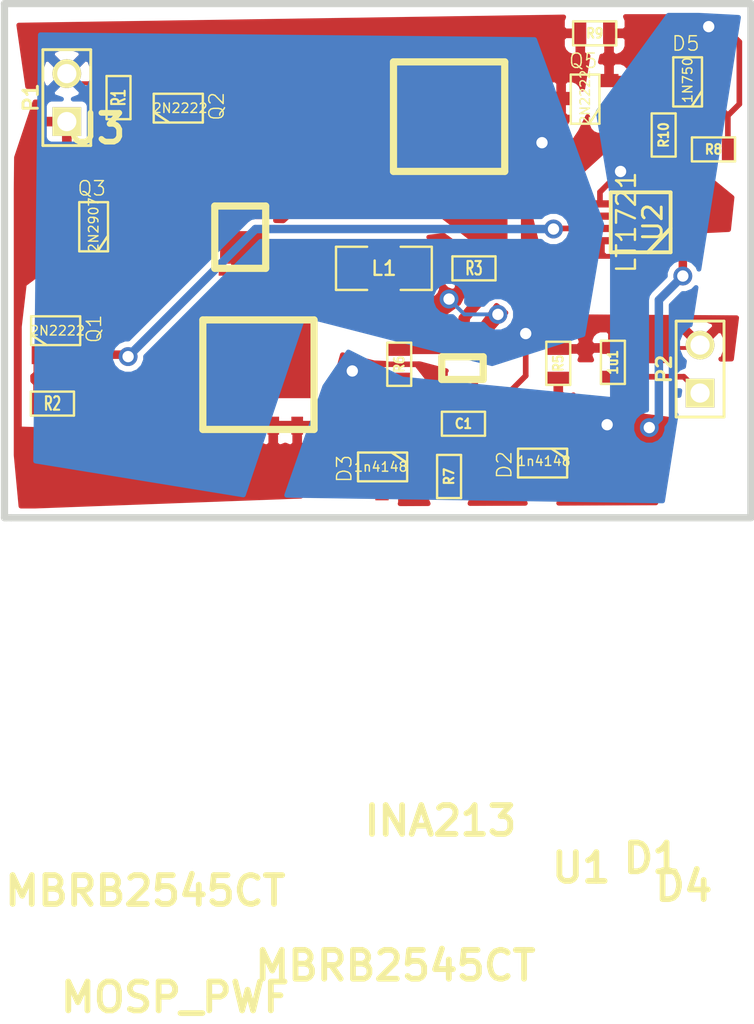
<source format=kicad_pcb>
(kicad_pcb (version 20211014) (generator pcbnew)
  (title_block (date "14 mar 2014"))
  (layers (0 "F.Cu" signal "Front") (31 "B.Cu" signal "Back") (34 "B.Paste" user) (35 "F.Paste" user) (36 "B.SilkS" user "B.Silkscreen") (37 "F.SilkS" user "F.Silkscreen") (38 "B.Mask" user) (39 "F.Mask" user) (44 "Edge.Cuts" user))
  (net 0 "")
  (net 1 "/14V_-_10A")
  (net 2 "/Vin")
  (net 3 "/outINA")
  (net 4 "GND")
  (net 5 "N-000001")
  (net 6 "N-000003")
  (net 7 "N-000005")
  (net 8 "N-000006")
  (net 9 "N-000007")
  (net 10 "N-000009")
  (net 11 "N-000010")
  (net 12 "N-000011")
  (net 13 "N-000013")
  (net 14 "N-000014")
  (net 15 "N-000015")
  (net 16 "N-000016")
  (footprint "SOT23D" (layer "F.Cu") (at 42.8244 37.7444 180)
    (fp_text reference "D2" (at 1.99898 -0.09906 270) (layer "F.SilkS") (effects (font (size 0.762 0.762) (thickness 0.0762))))
    (fp_text value "1n4148" (at -0.1016 0.1016 180) (layer "F.SilkS") (effects (font (size 0.50038 0.50038) (thickness 0.0762))))
    (fp_line (start 1.27 -0.762) (end 1.27 0.762) (layer "F.SilkS") (width 0.127))
    (fp_line (start 1.27 0.762) (end -1.3335 0.762) (layer "F.SilkS") (width 0.127))
    (fp_line (start -0.508 0.762) (end -1.27 0.254) (layer "F.SilkS") (width 0.127))
    (fp_line (start -1.3335 0.762) (end -1.3335 -0.762) (layer "F.SilkS") (width 0.127))
    (fp_line (start -1.3335 -0.762) (end 1.27 -0.762) (layer "F.SilkS") (width 0.127))
    (pad "" smd rect (at 0.9525 1.27 180) (size 0.70104 1.00076) (layers "F.Cu" "F.Paste" "F.Mask"))
    (pad "1" smd rect (at -0.9525 1.27 180) (size 0.70104 1.00076) (layers "F.Cu" "F.Paste" "F.Mask") (net 6 "N-000003"))
    (pad "2" smd rect (at 0 -1.27 180) (size 0.70104 1.00076) (layers "F.Cu" "F.Paste" "F.Mask") (net 15 "N-000015"))
  )
  (footprint "SOT23D" (layer "F.Cu") (at 34.3408 37.9476 180)
    (fp_text reference "D3" (at 1.99898 -0.09906 270) (layer "F.SilkS") (effects (font (size 0.762 0.762) (thickness 0.0762))))
    (fp_text value "1n4148" (at 0.0635 0 180) (layer "F.SilkS") (effects (font (size 0.50038 0.50038) (thickness 0.0762))))
    (fp_line (start -0.508 0.762) (end -1.27 0.254) (layer "F.SilkS") (width 0.127))
    (fp_line (start 1.27 0.762) (end -1.3335 0.762) (layer "F.SilkS") (width 0.127))
    (fp_line (start -1.3335 0.762) (end -1.3335 -0.762) (layer "F.SilkS") (width 0.127))
    (fp_line (start 1.27 -0.762) (end 1.27 0.762) (layer "F.SilkS") (width 0.127))
    (fp_line (start -1.3335 -0.762) (end 1.27 -0.762) (layer "F.SilkS") (width 0.127))
    (pad "" smd rect (at 0.9525 1.27 180) (size 0.70104 1.00076) (layers "F.Cu" "F.Paste" "F.Mask"))
    (pad "1" smd rect (at -0.9525 1.27 180) (size 0.70104 1.00076) (layers "F.Cu" "F.Paste" "F.Mask") (net 5 "N-000001"))
    (pad "2" smd rect (at 0 -1.27 180) (size 0.70104 1.00076) (layers "F.Cu" "F.Paste" "F.Mask") (net 15 "N-000015"))
  )
  (footprint "SOT23" (layer "F.Cu") (at 45.1104 18.4404 90)
    (fp_text reference "Q5" (at 1.99898 -0.09906 180) (layer "F.SilkS") (effects (font (size 0.762 0.762) (thickness 0.0762))))
    (fp_text value "2N2222" (at 0.0635 0 90) (layer "F.SilkS") (effects (font (size 0.50038 0.50038) (thickness 0.0762))))
    (fp_line (start -1.3335 -0.762) (end 1.27 -0.762) (layer "F.SilkS") (width 0.127))
    (fp_line (start 1.27 0.762) (end -1.3335 0.762) (layer "F.SilkS") (width 0.127))
    (fp_line (start -1.3335 0.762) (end -1.3335 -0.762) (layer "F.SilkS") (width 0.127))
    (fp_line (start 1.27 -0.762) (end 1.27 0.762) (layer "F.SilkS") (width 0.127))
    (fp_line (start -0.508 0.762) (end -1.27 0.254) (layer "F.SilkS") (width 0.127))
    (pad "1" smd rect (at -0.9525 1.27 90) (size 0.70104 1.00076) (layers "F.Cu" "F.Paste" "F.Mask") (net 10 "N-000009"))
    (pad "2" smd rect (at 0.9525 1.27 90) (size 0.70104 1.00076) (layers "F.Cu" "F.Paste" "F.Mask") (net 12 "N-000011"))
    (pad "3" smd rect (at 0 -1.27 90) (size 0.70104 1.00076) (layers "F.Cu" "F.Paste" "F.Mask") (net 2 "/Vin"))
  )
  (footprint "SOT23" (layer "F.Cu") (at 17.0688 30.734)
    (fp_text reference "Q1" (at 1.99898 -0.09906 90) (layer "F.SilkS") (effects (font (size 0.762 0.762) (thickness 0.0762))))
    (fp_text value "2N2222" (at 0.0635 0) (layer "F.SilkS") (effects (font (size 0.50038 0.50038) (thickness 0.0762))))
    (fp_line (start 1.27 -0.762) (end 1.27 0.762) (layer "F.SilkS") (width 0.127))
    (fp_line (start -1.3335 0.762) (end -1.3335 -0.762) (layer "F.SilkS") (width 0.127))
    (fp_line (start 1.27 0.762) (end -1.3335 0.762) (layer "F.SilkS") (width 0.127))
    (fp_line (start -0.508 0.762) (end -1.27 0.254) (layer "F.SilkS") (width 0.127))
    (fp_line (start -1.3335 -0.762) (end 1.27 -0.762) (layer "F.SilkS") (width 0.127))
    (pad "1" smd rect (at -0.9525 1.27) (size 0.70104 1.00076) (layers "F.Cu" "F.Paste" "F.Mask") (net 9 "N-000007"))
    (pad "2" smd rect (at 0.9525 1.27) (size 0.70104 1.00076) (layers "F.Cu" "F.Paste" "F.Mask") (net 14 "N-000014"))
    (pad "3" smd rect (at 0 -1.27) (size 0.70104 1.00076) (layers "F.Cu" "F.Paste" "F.Mask") (net 7 "N-000005"))
  )
  (footprint "SOT23" (layer "F.Cu") (at 23.5712 18.9484)
    (fp_text reference "Q2" (at 1.99898 -0.09906 90) (layer "F.SilkS") (effects (font (size 0.762 0.762) (thickness 0.0762))))
    (fp_text value "2N2222" (at 0.0635 0) (layer "F.SilkS") (effects (font (size 0.50038 0.50038) (thickness 0.0762))))
    (fp_line (start 1.27 0.762) (end -1.3335 0.762) (layer "F.SilkS") (width 0.127))
    (fp_line (start 1.27 -0.762) (end 1.27 0.762) (layer "F.SilkS") (width 0.127))
    (fp_line (start -0.508 0.762) (end -1.27 0.254) (layer "F.SilkS") (width 0.127))
    (fp_line (start -1.3335 0.762) (end -1.3335 -0.762) (layer "F.SilkS") (width 0.127))
    (fp_line (start -1.3335 -0.762) (end 1.27 -0.762) (layer "F.SilkS") (width 0.127))
    (pad "1" smd rect (at -0.9525 1.27) (size 0.70104 1.00076) (layers "F.Cu" "F.Paste" "F.Mask") (net 13 "N-000013"))
    (pad "2" smd rect (at 0.9525 1.27) (size 0.70104 1.00076) (layers "F.Cu" "F.Paste" "F.Mask") (net 7 "N-000005"))
    (pad "3" smd rect (at 0 -1.27) (size 0.70104 1.00076) (layers "F.Cu" "F.Paste" "F.Mask") (net 2 "/Vin"))
  )
  (footprint "SOT23" (layer "F.Cu") (at 19.05 25.1968 90)
    (fp_text reference "Q3" (at 1.99898 -0.09906 180) (layer "F.SilkS") (effects (font (size 0.762 0.762) (thickness 0.0762))))
    (fp_text value "2N2907" (at 0.0635 0 90) (layer "F.SilkS") (effects (font (size 0.50038 0.50038) (thickness 0.0762))))
    (fp_line (start 1.27 -0.762) (end 1.27 0.762) (layer "F.SilkS") (width 0.127))
    (fp_line (start 1.27 0.762) (end -1.3335 0.762) (layer "F.SilkS") (width 0.127))
    (fp_line (start -1.3335 -0.762) (end 1.27 -0.762) (layer "F.SilkS") (width 0.127))
    (fp_line (start -1.3335 0.762) (end -1.3335 -0.762) (layer "F.SilkS") (width 0.127))
    (fp_line (start -0.508 0.762) (end -1.27 0.254) (layer "F.SilkS") (width 0.127))
    (pad "1" smd rect (at -0.9525 1.27 90) (size 0.70104 1.00076) (layers "F.Cu" "F.Paste" "F.Mask") (net 13 "N-000013"))
    (pad "2" smd rect (at 0.9525 1.27 90) (size 0.70104 1.00076) (layers "F.Cu" "F.Paste" "F.Mask") (net 7 "N-000005"))
    (pad "3" smd rect (at 0 -1.27 90) (size 0.70104 1.00076) (layers "F.Cu" "F.Paste" "F.Mask") (net 4 "GND"))
  )
  (footprint "SM1206" (layer "F.Cu") (at 34.4424 27.432)
    (fp_text reference "L1" (at 0 0) (layer "F.SilkS") (effects (font (size 0.762 0.762) (thickness 0.127))))
    (fp_text value "4.7u_6.4m" hide)
    (fp_line (start -2.54 1.143) (end -0.889 1.143) (layer "F.SilkS") (width 0.127))
    (fp_line (start -0.889 -1.143) (end -2.54 -1.143) (layer "F.SilkS") (width 0.127))
    (fp_line (start 0.889 -1.143) (end 2.54 -1.143) (layer "F.SilkS") (width 0.127))
    (fp_line (start -2.54 -1.143) (end -2.54 1.143) (layer "F.SilkS") (width 0.127))
    (fp_line (start 2.54 1.143) (end 0.889 1.143) (layer "F.SilkS") (width 0.127))
    (fp_line (start 2.54 -1.143) (end 2.54 1.143) (layer "F.SilkS") (width 0.127))
    (pad "1" smd rect (at -1.651 0) (size 1.524 2.032) (layers "F.Cu" "F.Paste" "F.Mask") (net 8 "N-000006"))
    (pad "2" smd rect (at 1.651 0) (size 1.524 2.032) (layers "F.Cu" "F.Paste" "F.Mask") (net 11 "N-000010"))
  )
  (footprint "SM0603_Resistor" (layer "F.Cu") (at 39.2176 27.432)
    (fp_text reference "R3" (at 0 0) (layer "F.SilkS") (effects (font (size 0.7112 0.4572) (thickness 0.1143))))
    (fp_text value "15m" hide)
    (fp_line (start 1.143 0.635) (end -1.143 0.635) (layer "F.SilkS") (width 0.127))
    (fp_line (start -1.143 -0.635) (end 1.143 -0.635) (layer "F.SilkS") (width 0.127))
    (fp_line (start 1.143 -0.635) (end 1.143 0.635) (layer "F.SilkS") (width 0.127))
    (fp_line (start -1.143 0.635) (end -1.143 -0.635) (layer "F.SilkS") (width 0.127))
    (pad "1" smd rect (at -0.762 0) (size 0.635 1.143) (layers "F.Cu" "F.Paste" "F.Mask") (net 11 "N-000010"))
    (pad "2" smd rect (at 0.762 0) (size 0.635 1.143) (layers "F.Cu" "F.Paste" "F.Mask") (net 1 "/14V_-_10A"))
  )
  (footprint "SM0603_Resistor" (layer "F.Cu") (at 16.8656 34.5948)
    (fp_text reference "R2" (at 0 0) (layer "F.SilkS") (effects (font (size 0.7112 0.4572) (thickness 0.1143))))
    (fp_text value "330" hide)
    (fp_line (start 1.143 -0.635) (end 1.143 0.635) (layer "F.SilkS") (width 0.127))
    (fp_line (start 1.143 0.635) (end -1.143 0.635) (layer "F.SilkS") (width 0.127))
    (fp_line (start -1.143 0.635) (end -1.143 -0.635) (layer "F.SilkS") (width 0.127))
    (fp_line (start -1.143 -0.635) (end 1.143 -0.635) (layer "F.SilkS") (width 0.127))
    (pad "1" smd rect (at -0.762 0) (size 0.635 1.143) (layers "F.Cu" "F.Paste" "F.Mask") (net 9 "N-000007"))
    (pad "2" smd rect (at 0.762 0) (size 0.635 1.143) (layers "F.Cu" "F.Paste" "F.Mask") (net 4 "GND"))
  )
  (footprint "SM0603_Resistor" (layer "F.Cu") (at 20.3708 18.3896 -90)
    (fp_text reference "R1" (at 0 0 -90) (layer "F.SilkS") (effects (font (size 0.7112 0.4572) (thickness 0.1143))))
    (fp_text value "1k" hide)
    (fp_line (start 1.143 -0.635) (end 1.143 0.635) (layer "F.SilkS") (width 0.127))
    (fp_line (start 1.143 0.635) (end -1.143 0.635) (layer "F.SilkS") (width 0.127))
    (fp_line (start -1.143 -0.635) (end 1.143 -0.635) (layer "F.SilkS") (width 0.127))
    (fp_line (start -1.143 0.635) (end -1.143 -0.635) (layer "F.SilkS") (width 0.127))
    (pad "1" smd rect (at -0.762 0 270) (size 0.635 1.143) (layers "F.Cu" "F.Paste" "F.Mask") (net 2 "/Vin"))
    (pad "2" smd rect (at 0.762 0 270) (size 0.635 1.143) (layers "F.Cu" "F.Paste" "F.Mask") (net 7 "N-000005"))
  )
  (footprint "SM0603_Capa" (layer "F.Cu") (at 46.5836 32.4104 90)
    (fp_text reference "1u1" (at 0 0 90) (layer "F.SilkS") (effects (font (size 0.508 0.4572) (thickness 0.1143))))
    (fp_text value "100nF" hide)
    (fp_line (start -1.143 0.635) (end -1.143 -0.635) (layer "F.SilkS") (width 0.127))
    (fp_line (start 1.143 0.635) (end -1.143 0.635) (layer "F.SilkS") (width 0.127))
    (fp_line (start 1.143 -0.635) (end 1.143 0.635) (layer "F.SilkS") (width 0.127))
    (fp_line (start -1.143 -0.635) (end 1.143 -0.635) (layer "F.SilkS") (width 0.127))
    (pad "1" smd rect (at -0.762 0 90) (size 0.635 1.143) (layers "F.Cu" "F.Paste" "F.Mask") (net 4 "GND"))
    (pad "2" smd rect (at 0.762 0 90) (size 0.635 1.143) (layers "F.Cu" "F.Paste" "F.Mask") (net 1 "/14V_-_10A"))
  )
  (footprint "SM0603_Capa" (layer "F.Cu") (at 38.6588 35.6616)
    (fp_text reference "C1" (at 0 0) (layer "F.SilkS") (effects (font (size 0.508 0.4572) (thickness 0.1143))))
    (fp_text value "100nF" hide)
    (fp_line (start -1.143 -0.635) (end 1.143 -0.635) (layer "F.SilkS") (width 0.127))
    (fp_line (start 1.143 0.635) (end -1.143 0.635) (layer "F.SilkS") (width 0.127))
    (fp_line (start 1.143 -0.635) (end 1.143 0.635) (layer "F.SilkS") (width 0.127))
    (fp_line (start -1.143 0.635) (end -1.143 -0.635) (layer "F.SilkS") (width 0.127))
    (pad "1" smd rect (at -0.762 0) (size 0.635 1.143) (layers "F.Cu" "F.Paste" "F.Mask") (net 4 "GND"))
    (pad "2" smd rect (at 0.762 0) (size 0.635 1.143) (layers "F.Cu" "F.Paste" "F.Mask") (net 2 "/Vin"))
  )
  (footprint "SM0603" (layer "F.Cu") (at 43.688 32.4612 90)
    (fp_text reference "R5" (at 0 0 90) (layer "F.SilkS") (effects (font (size 0.508 0.4572) (thickness 0.1143))))
    (fp_text value "49.3k" hide)
    (fp_line (start 1.143 0.635) (end -1.143 0.635) (layer "F.SilkS") (width 0.127))
    (fp_line (start -1.143 0.635) (end -1.143 -0.635) (layer "F.SilkS") (width 0.127))
    (fp_line (start 1.143 -0.635) (end 1.143 0.635) (layer "F.SilkS") (width 0.127))
    (fp_line (start -1.143 -0.635) (end 1.143 -0.635) (layer "F.SilkS") (width 0.127))
    (pad "1" smd rect (at -0.762 0 90) (size 0.635 1.143) (layers "F.Cu" "F.Paste" "F.Mask") (net 6 "N-000003"))
    (pad "2" smd rect (at 0.762 0 90) (size 0.635 1.143) (layers "F.Cu" "F.Paste" "F.Mask") (net 1 "/14V_-_10A"))
  )
  (footprint "SM0603" (layer "F.Cu") (at 35.2552 32.512 90)
    (fp_text reference "R6" (at 0 0 90) (layer "F.SilkS") (effects (font (size 0.508 0.4572) (thickness 0.1143))))
    (fp_text value "10k" hide)
    (fp_line (start -1.143 -0.635) (end 1.143 -0.635) (layer "F.SilkS") (width 0.127))
    (fp_line (start 1.143 -0.635) (end 1.143 0.635) (layer "F.SilkS") (width 0.127))
    (fp_line (start -1.143 0.635) (end -1.143 -0.635) (layer "F.SilkS") (width 0.127))
    (fp_line (start 1.143 0.635) (end -1.143 0.635) (layer "F.SilkS") (width 0.127))
    (pad "1" smd rect (at -0.762 0 90) (size 0.635 1.143) (layers "F.Cu" "F.Paste" "F.Mask") (net 5 "N-000001"))
    (pad "2" smd rect (at 0.762 0 90) (size 0.635 1.143) (layers "F.Cu" "F.Paste" "F.Mask") (net 3 "/outINA"))
  )
  (footprint "SM0603" (layer "F.Cu") (at 37.8968 38.4556 90)
    (fp_text reference "R7" (at 0 0 90) (layer "F.SilkS") (effects (font (size 0.508 0.4572) (thickness 0.1143))))
    (fp_text value "10k" hide)
    (fp_line (start -1.143 0.635) (end -1.143 -0.635) (layer "F.SilkS") (width 0.127))
    (fp_line (start 1.143 -0.635) (end 1.143 0.635) (layer "F.SilkS") (width 0.127))
    (fp_line (start -1.143 -0.635) (end 1.143 -0.635) (layer "F.SilkS") (width 0.127))
    (fp_line (start 1.143 0.635) (end -1.143 0.635) (layer "F.SilkS") (width 0.127))
    (pad "1" smd rect (at -0.762 0 90) (size 0.635 1.143) (layers "F.Cu" "F.Paste" "F.Mask") (net 15 "N-000015"))
    (pad "2" smd rect (at 0.762 0 90) (size 0.635 1.143) (layers "F.Cu" "F.Paste" "F.Mask") (net 4 "GND"))
  )
  (footprint "SM0603" (layer "F.Cu") (at 51.9176 21.1328 180)
    (fp_text reference "R8" (at 0 0 180) (layer "F.SilkS") (effects (font (size 0.508 0.4572) (thickness 0.1143))))
    (fp_text value "10k" hide)
    (fp_line (start -1.143 0.635) (end -1.143 -0.635) (layer "F.SilkS") (width 0.127))
    (fp_line (start -1.143 -0.635) (end 1.143 -0.635) (layer "F.SilkS") (width 0.127))
    (fp_line (start 1.143 0.635) (end -1.143 0.635) (layer "F.SilkS") (width 0.127))
    (fp_line (start 1.143 -0.635) (end 1.143 0.635) (layer "F.SilkS") (width 0.127))
    (pad "1" smd rect (at -0.762 0 180) (size 0.635 1.143) (layers "F.Cu" "F.Paste" "F.Mask") (net 4 "GND"))
    (pad "2" smd rect (at 0.762 0 180) (size 0.635 1.143) (layers "F.Cu" "F.Paste" "F.Mask") (net 16 "N-000016"))
  )
  (footprint "SM0603" (layer "F.Cu") (at 45.6184 14.986)
    (fp_text reference "R9" (at 0 0) (layer "F.SilkS") (effects (font (size 0.508 0.4572) (thickness 0.1143))))
    (fp_text value "4.7k" hide)
    (fp_line (start 1.143 0.635) (end -1.143 0.635) (layer "F.SilkS") (width 0.127))
    (fp_line (start -1.143 0.635) (end -1.143 -0.635) (layer "F.SilkS") (width 0.127))
    (fp_line (start 1.143 -0.635) (end 1.143 0.635) (layer "F.SilkS") (width 0.127))
    (fp_line (start -1.143 -0.635) (end 1.143 -0.635) (layer "F.SilkS") (width 0.127))
    (pad "1" smd rect (at -0.762 0) (size 0.635 1.143) (layers "F.Cu" "F.Paste" "F.Mask") (net 2 "/Vin"))
    (pad "2" smd rect (at 0.762 0) (size 0.635 1.143) (layers "F.Cu" "F.Paste" "F.Mask") (net 12 "N-000011"))
  )
  (footprint "PowerFlat" (layer "F.Cu") (at 38.0492 22.098)
    (fp_text reference "D4" (at 12.2936 38.0492) (layer "F.SilkS") (effects (font (size 1.524 1.524) (thickness 0.3048))))
    (fp_text value "MBRB2545CT" (at -2.9972 42.2656) (layer "F.SilkS") (effects (font (size 1.524 1.524) (thickness 0.3048))))
    (fp_line (start -3.0988 0.20066) (end -3.0988 -5.6007) (layer "F.SilkS") (width 0.381))
    (fp_line (start 2.79908 -5.6007) (end 2.79908 0.20066) (layer "F.SilkS") (width 0.381))
    (fp_line (start 2.79908 0.20066) (end -3.0988 0.20066) (layer "F.SilkS") (width 0.381))
    (fp_line (start -3.0988 -5.6007) (end -2.90068 -5.6007) (layer "F.SilkS") (width 0.381))
    (fp_line (start -2.90068 -5.6007) (end 2.79908 -5.6007) (layer "F.SilkS") (width 0.381))
    (pad "1" smd rect (at -0.635 0) (size 0.61976 0.94996) (layers "F.Cu" "F.Paste" "F.Mask") (net 1 "/14V_-_10A"))
    (pad "1" smd rect (at 0.635 0) (size 0.61976 0.94996) (layers "F.Cu" "F.Paste" "F.Mask") (net 1 "/14V_-_10A"))
    (pad "1" smd rect (at 1.905 0) (size 0.61976 0.94996) (layers "F.Cu" "F.Paste" "F.Mask") (net 1 "/14V_-_10A"))
    (pad "1" smd rect (at -1.905 0) (size 0.61976 0.94996) (layers "F.Cu" "F.Paste" "F.Mask") (net 1 "/14V_-_10A"))
    (pad "2" smd rect (at 0 -3.6195) (size 5.34924 4.3307) (layers "F.Cu" "F.Paste" "F.Mask") (net 2 "/Vin"))
  )
  (footprint "PowerFlat" (layer "F.Cu") (at 27.94 35.7632)
    (fp_text reference "D1" (at 20.7264 22.9108) (layer "F.SilkS") (effects (font (size 1.524 1.524) (thickness 0.3048))))
    (fp_text value "MBRB2545CT" (at -6.1468 24.638) (layer "F.SilkS") (effects (font (size 1.524 1.524) (thickness 0.3048))))
    (fp_line (start 2.79908 0.20066) (end -3.0988 0.20066) (layer "F.SilkS") (width 0.381))
    (fp_line (start 2.79908 -5.6007) (end 2.79908 0.20066) (layer "F.SilkS") (width 0.381))
    (fp_line (start -3.0988 -5.6007) (end -2.90068 -5.6007) (layer "F.SilkS") (width 0.381))
    (fp_line (start -2.90068 -5.6007) (end 2.79908 -5.6007) (layer "F.SilkS") (width 0.381))
    (fp_line (start -3.0988 0.20066) (end -3.0988 -5.6007) (layer "F.SilkS") (width 0.381))
    (pad "1" smd rect (at 0.635 0) (size 0.61976 0.94996) (layers "F.Cu" "F.Paste" "F.Mask") (net 4 "GND"))
    (pad "1" smd rect (at 1.905 0) (size 0.61976 0.94996) (layers "F.Cu" "F.Paste" "F.Mask") (net 4 "GND"))
    (pad "1" smd rect (at -1.905 0) (size 0.61976 0.94996) (layers "F.Cu" "F.Paste" "F.Mask") (net 4 "GND"))
    (pad "1" smd rect (at -0.635 0) (size 0.61976 0.94996) (layers "F.Cu" "F.Paste" "F.Mask") (net 4 "GND"))
    (pad "2" smd rect (at 0 -3.6195) (size 5.34924 4.3307) (layers "F.Cu" "F.Paste" "F.Mask") (net 8 "N-000006"))
  )
  (footprint "PIN_ARRAY_2X1" (layer "F.Cu") (at 51.2064 32.766 90)
    (fp_text reference "P2" (at 0 -1.905 90) (layer "F.SilkS") (effects (font (size 0.762 0.762) (thickness 0.1524))))
    (fp_text value "CONN_2" hide)
    (fp_line (start -2.54 -1.27) (end 2.54 -1.27) (layer "F.SilkS") (width 0.1524))
    (fp_line (start -2.54 1.27) (end -2.54 -1.27) (layer "F.SilkS") (width 0.1524))
    (fp_line (start 2.54 -1.27) (end 2.54 1.27) (layer "F.SilkS") (width 0.1524))
    (fp_line (start 2.54 1.27) (end -2.54 1.27) (layer "F.SilkS") (width 0.1524))
    (pad "1" thru_hole rect (at -1.27 0 90) (size 1.524 1.524) (drill 1.016) (layers *.Cu *.Mask "F.SilkS") (net 4 "GND"))
    (pad "2" thru_hole circle (at 1.27 0 90) (size 1.524 1.524) (drill 1.016) (layers *.Cu *.Mask "F.SilkS") (net 1 "/14V_-_10A"))
  )
  (footprint "PIN_ARRAY_2X1" (layer "F.Cu") (at 17.6276 18.3896 90)
    (fp_text reference "P1" (at 0 -1.905 90) (layer "F.SilkS") (effects (font (size 0.762 0.762) (thickness 0.1524))))
    (fp_text value "CONN_2" hide)
    (fp_line (start 2.54 1.27) (end -2.54 1.27) (layer "F.SilkS") (width 0.1524))
    (fp_line (start 2.54 -1.27) (end 2.54 1.27) (layer "F.SilkS") (width 0.1524))
    (fp_line (start -2.54 -1.27) (end 2.54 -1.27) (layer "F.SilkS") (width 0.1524))
    (fp_line (start -2.54 1.27) (end -2.54 -1.27) (layer "F.SilkS") (width 0.1524))
    (pad "1" thru_hole rect (at -1.27 0 90) (size 1.524 1.524) (drill 1.016) (layers *.Cu *.Mask "F.SilkS") (net 4 "GND"))
    (pad "2" thru_hole circle (at 1.27 0 90) (size 1.524 1.524) (drill 1.016) (layers *.Cu *.Mask "F.SilkS") (net 2 "/Vin"))
  )
  (footprint "MSOP_8" (layer "F.Cu") (at 48.0568 24.9936 90)
    (fp_text reference "U2" (at 0 0.635 90) (layer "F.SilkS") (effects (font (size 1.00076 1.00076) (thickness 0.1524))))
    (fp_text value "LT1721" (at 0 -0.762 90) (layer "F.SilkS") (effects (font (size 1.00076 1.00076) (thickness 0.127))))
    (fp_line (start -0.3175 1.5875) (end -1.5875 0.381) (layer "F.SilkS") (width 0.2032))
    (fp_line (start 1.5875 1.5875) (end 1.5875 -1.5875) (layer "F.SilkS") (width 0.2032))
    (fp_line (start -1.5875 -1.5875) (end -1.5875 1.5875) (layer "F.SilkS") (width 0.2032))
    (fp_line (start 1.5875 -1.5875) (end -1.5875 -1.5875) (layer "F.SilkS") (width 0.2032))
    (fp_line (start -1.5875 1.5875) (end 1.5875 1.5875) (layer "F.SilkS") (width 0.2032))
    (pad "1" smd rect (at -0.97536 2.159 90) (size 0.381 1.27) (layers "F.Cu" "F.Paste" "F.Mask") (net 15 "N-000015"))
    (pad "2" smd rect (at -0.32512 2.159 90) (size 0.381 1.27) (layers "F.Cu" "F.Paste" "F.Mask") (net 16 "N-000016"))
    (pad "3" smd rect (at 0.32512 2.159 90) (size 0.381 1.27) (layers "F.Cu" "F.Paste" "F.Mask"))
    (pad "4" smd rect (at 0.97536 2.159 90) (size 0.381 1.27) (layers "F.Cu" "F.Paste" "F.Mask"))
    (pad "5" smd rect (at 0.97536 -2.159 90) (size 0.381 1.27) (layers "F.Cu" "F.Paste" "F.Mask") (net 4 "GND"))
    (pad "6" smd rect (at 0.32512 -2.159 90) (size 0.381 1.27) (layers "F.Cu" "F.Paste" "F.Mask"))
    (pad "7" smd rect (at -0.32512 -2.159 90) (size 0.381 1.27) (layers "F.Cu" "F.Paste" "F.Mask") (net 14 "N-000014"))
    (pad "8" smd rect (at -0.97536 -2.159 90) (size 0.381 1.27) (layers "F.Cu" "F.Paste" "F.Mask") (net 10 "N-000009"))
  )
  (footprint "DCK" (layer "F.Cu") (at 38.608 32.8168)
    (fp_text reference "U1" (at 6.2992 26.3652) (layer "F.SilkS") (effects (font (size 1.524 1.524) (thickness 0.3048))))
    (fp_text value "INA213" (at -1.1684 23.876) (layer "F.SilkS") (effects (font (size 1.524 1.524) (thickness 0.3048))))
    (fp_line (start -1.09982 0.50038) (end -1.09982 0) (layer "F.SilkS") (width 0.381))
    (fp_line (start -1.09982 -0.70104) (end 1.09982 -0.70104) (layer "F.SilkS") (width 0.381))
    (fp_line (start 1.09982 0.50038) (end -1.09982 0.50038) (layer "F.SilkS") (width 0.381))
    (fp_line (start 1.09982 -0.70104) (end 1.09982 0.50038) (layer "F.SilkS") (width 0.381))
    (fp_line (start -1.09982 0) (end -1.09982 -0.70104) (layer "F.SilkS") (width 0.381))
    (pad "1" smd trapezoid (at -0.65024 1.09982) (size 0.35052 0.8509) (layers "F.Cu" "F.Paste" "F.Mask") (net 4 "GND"))
    (pad "2" smd trapezoid (at 0 1.09982) (size 0.35052 0.8509) (layers "F.Cu" "F.Paste" "F.Mask") (net 4 "GND"))
    (pad "3" smd trapezoid (at 0.65024 1.09982) (size 0.35052 0.8509) (layers "F.Cu" "F.Paste" "F.Mask") (net 2 "/Vin"))
    (pad "4" smd trapezoid (at 0.65024 -1.09982) (size 0.35052 0.8509) (layers "F.Cu" "F.Paste" "F.Mask") (net 11 "N-000010"))
    (pad "5" smd trapezoid (at 0 -1.09982) (size 0.35052 0.8509) (layers "F.Cu" "F.Paste" "F.Mask") (net 1 "/14V_-_10A"))
    (pad "6" smd trapezoid (at -0.65024 -1.09982) (size 0.35052 0.8509) (layers "F.Cu" "F.Paste" "F.Mask") (net 3 "/outINA"))
  )
  (footprint "SM0603" (layer "F.Cu") (at 49.276 20.3708 90)
    (fp_text reference "R10" (at 0 0 90) (layer "F.SilkS") (effects (font (size 0.508 0.4572) (thickness 0.1143))))
    (fp_text value "10k" hide)
    (fp_line (start 1.143 0.635) (end -1.143 0.635) (layer "F.SilkS") (width 0.127))
    (fp_line (start -1.143 -0.635) (end 1.143 -0.635) (layer "F.SilkS") (width 0.127))
    (fp_line (start -1.143 0.635) (end -1.143 -0.635) (layer "F.SilkS") (width 0.127))
    (fp_line (start 1.143 -0.635) (end 1.143 0.635) (layer "F.SilkS") (width 0.127))
    (pad "1" smd rect (at -0.762 0 90) (size 0.635 1.143) (layers "F.Cu" "F.Paste" "F.Mask") (net 16 "N-000016"))
    (pad "2" smd rect (at 0.762 0 90) (size 0.635 1.143) (layers "F.Cu" "F.Paste" "F.Mask") (net 12 "N-000011"))
  )
  (footprint "PowerPAK" (layer "F.Cu") (at 26.8732 24.3332 180)
    (fp_text reference "U3" (at 7.69874 4.30022 180) (layer "F.SilkS") (effects (font (size 1.524 1.524) (thickness 0.3048))))
    (fp_text value "MOSP_PWF" (at 3.5052 -41.7068 180) (layer "F.SilkS") (effects (font (size 1.524 1.524) (thickness 0.3048))))
    (fp_line (start -1.30048 0.20066) (end -1.30048 -3.0988) (layer "F.SilkS") (width 0.381))
    (fp_line (start 1.39954 -3.0988) (end 1.39954 0.20066) (layer "F.SilkS") (width 0.381))
    (fp_line (start 1.39954 0.20066) (end -1.30048 0.20066) (layer "F.SilkS") (width 0.381))
    (fp_line (start -1.30048 -3.0988) (end 1.39954 -3.0988) (layer "F.SilkS") (width 0.381))
    (pad "1" smd rect (at -0.9906 0 180) (size 0.40386 0.9906) (layers "F.Cu" "F.Paste" "F.Mask") (net 2 "/Vin"))
    (pad "2" smd rect (at -0.3302 0 180) (size 0.39878 0.9906) (layers "F.Cu" "F.Paste" "F.Mask") (net 2 "/Vin"))
    (pad "3" smd rect (at 0.3302 0 180) (size 0.40386 0.9906) (layers "F.Cu" "F.Paste" "F.Mask") (net 2 "/Vin"))
    (pad "4" smd rect (at 0.9906 0 180) (size 0.40386 0.9906) (layers "F.Cu" "F.Paste" "F.Mask") (net 13 "N-000013"))
    (pad "5" smd rect (at -0.9906 -3.10642 180) (size 0.40386 0.75946) (layers "F.Cu" "F.Paste" "F.Mask") (net 8 "N-000006"))
    (pad "5" smd rect (at -0.3302 -3.10642 180) (size 0.40386 0.75946) (layers "F.Cu" "F.Paste" "F.Mask") (net 8 "N-000006"))
    (pad "5" smd rect (at 0.3302 -3.10642 180) (size 0.40386 0.75946) (layers "F.Cu" "F.Paste" "F.Mask") (net 8 "N-000006"))
    (pad "5" smd rect (at 0 -1.99136 180) (size 2.2352 1.72466) (layers "F.Cu" "F.Paste" "F.Mask") (net 8 "N-000006"))
    (pad "5" smd rect (at 0.9906 -3.10642 180) (size 0.40386 0.75946) (layers "F.Cu" "F.Paste" "F.Mask") (net 8 "N-000006"))
  )
  (footprint "SOT23D" (layer "F.Cu") (at 50.546 17.526 90)
    (fp_text reference "D5" (at 1.99898 -0.09906 180) (layer "F.SilkS") (effects (font (size 0.762 0.762) (thickness 0.0762))))
    (fp_text value "1N750" (at 0.0635 0 90) (layer "F.SilkS") (effects (font (size 0.50038 0.50038) (thickness 0.0762))))
    (fp_line (start -1.3335 -0.762) (end 1.27 -0.762) (layer "F.SilkS") (width 0.127))
    (fp_line (start -0.508 0.762) (end -1.27 0.254) (layer "F.SilkS") (width 0.127))
    (fp_line (start -1.3335 0.762) (end -1.3335 -0.762) (layer "F.SilkS") (width 0.127))
    (fp_line (start 1.27 0.762) (end -1.3335 0.762) (layer "F.SilkS") (width 0.127))
    (fp_line (start 1.27 -0.762) (end 1.27 0.762) (layer "F.SilkS") (width 0.127))
    (pad "" smd rect (at 0.9525 1.27 90) (size 0.70104 1.00076) (layers "F.Cu" "F.Paste" "F.Mask"))
    (pad "1" smd rect (at -0.9525 1.27 90) (size 0.70104 1.00076) (layers "F.Cu" "F.Paste" "F.Mask") (net 4 "GND"))
    (pad "2" smd rect (at 0 -1.27 90) (size 0.70104 1.00076) (layers "F.Cu" "F.Paste" "F.Mask") (net 12 "N-000011"))
  )
  (gr_line (start 14.3256 13.4112) (end 53.8988 13.4112) (layer "Edge.Cuts") (width 0.381))
  (gr_line (start 14.4272 40.64) (end 14.3256 40.64) (layer "Edge.Cuts") (width 0.381))
  (gr_line (start 14.6812 40.64) (end 14.4272 40.64) (layer "Edge.Cuts") (width 0.381))
  (gr_line (start 53.8988 13.4112) (end 53.8988 40.64) (layer "Edge.Cuts") (width 0.381))
  (gr_line (start 14.3256 13.4112) (end 14.3764 13.4112) (layer "Edge.Cuts") (width 0.381))
  (gr_line (start 53.8988 40.64) (end 14.6812 40.64) (layer "Edge.Cuts") (width 0.381))
  (gr_line (start 14.3256 40.64) (end 14.3256 13.4112) (layer "Edge.Cuts") (width 0.381))
  (segment (start 38.608 30.1752) (end 39.9796 28.8036) (width 0.2032) (layer "F.Cu") (net 1))
  (segment locked (start 39.9796 28.8036) (end 39.9796 27.432) (width 0.2032) (layer "F.Cu") (net 1))
  (segment (start 36.1442 22.098) (end 37.4142 22.098) (width 0.2032) (layer "F.Cu") (net 1))
  (segment locked (start 39.9796 22.1234) (end 39.9542 22.098) (width 0.2032) (layer "F.Cu") (net 1))
  (segment locked (start 43.688 31.6992) (end 46.5328 31.6992) (width 0.2032) (layer "F.Cu") (net 1))
  (segment locked (start 51.054 31.6484) (end 51.2064 31.496) (width 0.2032) (layer "F.Cu") (net 1))
  (segment locked (start 46.5836 31.6484) (end 51.054 31.6484) (width 0.2032) (layer "F.Cu") (net 1))
  (segment (start 39.9542 22.098) (end 38.6842 22.098) (width 0.2032) (layer "F.Cu") (net 1))
  (segment locked (start 38.608 31.71698) (end 38.608 30.1752) (width 0.2032) (layer "F.Cu") (net 1))
  (segment (start 38.6842 22.098) (end 37.4142 22.098) (width 0.2032) (layer "F.Cu") (net 1))
  (segment locked (start 43.688 31.6992) (end 43.688 29.2608) (width 0.2032) (layer "F.Cu") (net 1))
  (segment locked (start 41.8592 27.432) (end 39.9796 27.432) (width 0.2032) (layer "F.Cu") (net 1))
  (segment locked (start 39.9796 27.432) (end 39.9796 22.1234) (width 0.2032) (layer "F.Cu") (net 1))
  (segment (start 43.688 29.2608) (end 41.8592 27.432) (width 0.2032) (layer "F.Cu") (net 1))
  (segment locked (start 46.5328 31.6992) (end 46.5836 31.6484) (width 0.2032) (layer "F.Cu") (net 1))
  (segment (start 41.9608 33.1216) (end 41.9608 30.8864) (width 0.29972) (layer "F.Cu") (net 2))
  (segment locked (start 17.6276 17.1196) (end 18.1356 17.6276) (width 0.2032) (layer "F.Cu") (net 2))
  (segment (start 42.8244 20.7772) (end 40.5257 18.4785) (width 0.2032) (layer "F.Cu") (net 2))
  (segment locked (start 38.0873 18.4404) (end 38.0492 18.4785) (width 0.2032) (layer "F.Cu") (net 2))
  (segment (start 27.8638 17.907) (end 27.6352 17.6784) (width 0.2032) (layer "F.Cu") (net 2))
  (segment locked (start 43.8404 18.4404) (end 38.0873 18.4404) (width 0.2032) (layer "F.Cu") (net 2))
  (segment locked (start 40.5257 18.4785) (end 38.0492 18.4785) (width 0.2032) (layer "F.Cu") (net 2))
  (segment (start 27.6352 17.6784) (end 37.2491 17.6784) (width 0.2032) (layer "F.Cu") (net 2))
  (segment locked (start 20.4216 17.6784) (end 23.5712 17.6784) (width 0.2032) (layer "F.Cu") (net 2))
  (segment (start 27.2034 24.3332) (end 27.8638 24.3332) (width 0.2032) (layer "F.Cu") (net 2))
  (segment locked (start 27.8638 24.3332) (end 27.8638 17.907) (width 0.2032) (layer "F.Cu") (net 2))
  (segment locked (start 39.4208 35.6616) (end 39.25824 35.49904) (width 0.2032) (layer "F.Cu") (net 2))
  (segment locked (start 18.1356 17.6276) (end 20.3708 17.6276) (width 0.2032) (layer "F.Cu") (net 2))
  (segment locked (start 23.5712 17.6784) (end 27.6352 17.6784) (width 0.2032) (layer "F.Cu") (net 2))
  (segment locked (start 41.5417 14.986) (end 38.0492 18.4785) (width 0.2032) (layer "F.Cu") (net 2))
  (segment (start 26.543 24.3332) (end 27.2034 24.3332) (width 0.2032) (layer "F.Cu") (net 2))
  (segment locked (start 39.25824 35.49904) (end 39.25824 33.91662) (width 0.29972) (layer "F.Cu") (net 2))
  (segment locked (start 37.2491 17.6784) (end 38.0492 18.4785) (width 0.2032) (layer "F.Cu") (net 2))
  (segment locked (start 39.4208 35.6616) (end 41.9608 33.1216) (width 0.29972) (layer "F.Cu") (net 2))
  (segment locked (start 20.3708 17.6276) (end 20.4216 17.6784) (width 0.2032) (layer "F.Cu") (net 2))
  (segment locked (start 44.8564 14.986) (end 41.5417 14.986) (width 0.2032) (layer "F.Cu") (net 2))
  (via (at 41.9608 30.8864) (size 1.00076) (drill 0.59944) (layers "F.Cu" "B.Cu") (net 2))
  (via (at 42.8244 20.7772) (size 1.00076) (drill 0.59944) (layers "F.Cu" "B.Cu") (net 2))
  (segment (start 44.8056 22.7584) (end 42.8244 20.7772) (width 0.2032) (layer "B.Cu") (net 2))
  (segment (start 41.9608 30.8864) (end 44.8056 28.0416) (width 0.2032) (layer "B.Cu") (net 2))
  (segment (start 44.8056 28.0416) (end 44.8056 22.7584) (width 0.2032) (layer "B.Cu") (net 2))
  (segment locked (start 37.92474 31.75) (end 37.95776 31.71698) (width 0.2032) (layer "F.Cu") (net 3))
  (segment locked (start 35.2552 31.75) (end 37.92474 31.75) (width 0.44958) (layer "F.Cu") (net 3))
  (segment (start 37.8968 37.6936) (end 37.8968 35.6616) (width 0.29972) (layer "F.Cu") (net 4))
  (segment (start 53.2892 15.4432) (end 53.2892 18.7325) (width 0.29972) (layer "F.Cu") (net 4))
  (segment locked (start 37.8968 35.6616) (end 38.608 34.9504) (width 0.29972) (layer "F.Cu") (net 4))
  (segment locked (start 38.608 34.9504) (end 38.608 33.91662) (width 0.29972) (layer "F.Cu") (net 4))
  (segment locked (start 15.0368 27.94) (end 17.78 25.1968) (width 0.2032) (layer "F.Cu") (net 4))
  (segment locked (start 18.796 35.7632) (end 26.035 35.7632) (width 0.2032) (layer "F.Cu") (net 4))
  (segment locked (start 50.3428 33.1724) (end 51.2064 34.036) (width 0.29972) (layer "F.Cu") (net 4))
  (segment locked (start 17.6276 34.5948) (end 17.6276 37.0332) (width 0.2032) (layer "F.Cu") (net 4))
  (segment (start 17.6276 37.0332) (end 17.3228 37.338) (width 0.2032) (layer "F.Cu") (net 4))
  (segment locked (start 45.8978 24.01824) (end 45.8978 23.3934) (width 0.29972) (layer "F.Cu") (net 4))
  (segment locked (start 17.78 25.1968) (end 17.78 19.812) (width 0.2032) (layer "F.Cu") (net 4))
  (segment (start 32.7533 32.8549) (end 32.766 32.8676) (width 0.2032) (layer "F.Cu") (net 4))
  (segment (start 27.305 35.7632) (end 28.575 35.7632) (width 0.2032) (layer "F.Cu") (net 4))
  (segment (start 16.3068 37.338) (end 15.0368 36.068) (width 0.2032) (layer "F.Cu") (net 4))
  (segment (start 26.035 35.7632) (end 27.305 35.7632) (width 0.2032) (layer "F.Cu") (net 4))
  (segment (start 53.2892 18.7325) (end 52.6796 19.3421) (width 0.29972) (layer "F.Cu") (net 4))
  (segment (start 32.766 34.1884) (end 32.766 32.8676) (width 0.2032) (layer "F.Cu") (net 4))
  (segment locked (start 29.845 35.7632) (end 31.1912 35.7632) (width 0.2032) (layer "F.Cu") (net 4))
  (segment (start 32.766 32.8676) (end 32.766 32.8422) (width 0.2032) (layer "F.Cu") (net 4))
  (segment locked (start 52.6796 19.3421) (end 51.816 18.4785) (width 0.29972) (layer "F.Cu") (net 4))
  (segment (start 32.766 32.8422) (end 33.0962 32.512) (width 0.2032) (layer "F.Cu") (net 4))
  (segment (start 33.0962 32.512) (end 36.2712 32.512) (width 0.2032) (layer "F.Cu") (net 4))
  (segment (start 36.2712 32.512) (end 37.67582 33.91662) (width 0.29972) (layer "F.Cu") (net 4))
  (segment locked (start 46.5836 35.4076) (end 46.5836 33.1724) (width 0.29972) (layer "F.Cu") (net 4))
  (segment locked (start 17.78 19.812) (end 17.6276 19.6596) (width 0.2032) (layer "F.Cu") (net 4))
  (segment (start 17.3228 37.338) (end 16.3068 37.338) (width 0.2032) (layer "F.Cu") (net 4))
  (segment (start 51.6636 14.6304) (end 52.4764 14.6304) (width 0.29972) (layer "F.Cu") (net 4))
  (segment locked (start 46.5836 33.1724) (end 50.3428 33.1724) (width 0.29972) (layer "F.Cu") (net 4))
  (segment (start 52.4764 14.6304) (end 53.2892 15.4432) (width 0.29972) (layer "F.Cu") (net 4))
  (segment locked (start 37.8968 35.6616) (end 37.95776 35.60064) (width 0.2032) (layer "F.Cu") (net 4))
  (segment locked (start 37.67582 33.91662) (end 37.95776 33.91662) (width 0.29972) (layer "F.Cu") (net 4))
  (segment locked (start 52.6796 21.1328) (end 52.6796 19.3421) (width 0.29972) (layer "F.Cu") (net 4))
  (segment (start 28.575 35.7632) (end 29.845 35.7632) (width 0.2032) (layer "F.Cu") (net 4))
  (segment (start 45.8978 23.3934) (end 46.99 22.3012) (width 0.29972) (layer "F.Cu") (net 4))
  (segment locked (start 37.95776 35.60064) (end 37.95776 33.91662) (width 0.29972) (layer "F.Cu") (net 4))
  (segment (start 46.2788 35.7124) (end 46.5836 35.4076) (width 0.2032) (layer "F.Cu") (net 4))
  (segment (start 32.766 32.8676) (end 32.7533 32.8549) (width 0.2032) (layer "F.Cu") (net 4))
  (segment locked (start 17.6276 34.5948) (end 18.796 35.7632) (width 0.2032) (layer "F.Cu") (net 4))
  (segment (start 31.1912 35.7632) (end 32.766 34.1884) (width 0.2032) (layer "F.Cu") (net 4))
  (segment (start 15.0368 36.068) (end 15.0368 27.94) (width 0.2032) (layer "F.Cu") (net 4))
  (via (at 46.99 22.3012) (size 1.00076) (drill 0.59944) (layers "F.Cu" "B.Cu") (net 4))
  (via (at 32.766 32.8676) (size 1.00076) (drill 0.59944) (layers "F.Cu" "B.Cu") (net 4))
  (via (at 51.6636 14.6304) (size 1.00076) (drill 0.59944) (layers "F.Cu" "B.Cu") (net 4))
  (via (at 46.2788 35.7124) (size 1.00076) (drill 0.59944) (layers "F.Cu" "B.Cu") (net 4))
  (segment (start 35.6108 35.7124) (end 32.766 32.8676) (width 0.29972) (layer "B.Cu") (net 4))
  (segment (start 46.99 22.3012) (end 47.5488 22.86) (width 0.29972) (layer "B.Cu") (net 4))
  (segment (start 46.99 22.3012) (end 46.99 19.304) (width 0.29972) (layer "B.Cu") (net 4))
  (segment (start 47.5488 34.4424) (end 46.2788 35.7124) (width 0.29972) (layer "B.Cu") (net 4))
  (segment (start 46.2788 35.7124) (end 35.6108 35.7124) (width 0.29972) (layer "B.Cu") (net 4))
  (segment (start 47.5488 22.86) (end 47.5488 34.4424) (width 0.29972) (layer "B.Cu") (net 4))
  (segment (start 46.99 19.304) (end 51.6636 14.6304) (width 0.29972) (layer "B.Cu") (net 4))
  (segment locked (start 35.2933 36.6776) (end 35.2933 33.3121) (width 0.44958) (layer "F.Cu") (net 5))
  (segment locked (start 35.2933 33.3121) (end 35.2552 33.274) (width 0.2032) (layer "F.Cu") (net 5))
  (segment locked (start 43.688 36.3855) (end 43.7769 36.4744) (width 0.2032) (layer "F.Cu") (net 6))
  (segment locked (start 43.688 33.2232) (end 43.688 36.3855) (width 0.2032) (layer "F.Cu") (net 6))
  (segment locked (start 20.32 19.2024) (end 20.3708 19.1516) (width 0.2032) (layer "F.Cu") (net 7))
  (segment (start 18.9992 27.1272) (end 18.9992 25.5651) (width 0.2032) (layer "F.Cu") (net 7))
  (segment locked (start 23.2029 18.8976) (end 24.5237 20.2184) (width 0.2032) (layer "F.Cu") (net 7))
  (segment locked (start 17.0688 29.464) (end 17.0688 29.0576) (width 0.2032) (layer "F.Cu") (net 7))
  (segment (start 17.0688 29.0576) (end 18.9992 27.1272) (width 0.2032) (layer "F.Cu") (net 7))
  (segment (start 21.7932 18.8976) (end 23.2029 18.8976) (width 0.2032) (layer "F.Cu") (net 7))
  (segment locked (start 18.9992 25.5651) (end 20.32 24.2443) (width 0.2032) (layer "F.Cu") (net 7))
  (segment locked (start 20.3708 19.1516) (end 21.5392 19.1516) (width 0.2032) (layer "F.Cu") (net 7))
  (segment locked (start 20.32 24.2443) (end 20.32 19.2024) (width 0.2032) (layer "F.Cu") (net 7))
  (segment (start 21.5392 19.1516) (end 21.7932 18.8976) (width 0.2032) (layer "F.Cu") (net 7))
  (segment locked (start 27.2034 27.43962) (end 27.2034 26.65476) (width 0.2032) (layer "F.Cu") (net 8))
  (segment locked (start 32.6517 27.432) (end 27.94 32.1437) (width 0.2032) (layer "F.Cu") (net 8))
  (segment (start 25.8826 27.43962) (end 26.543 27.43962) (width 0.2032) (layer "F.Cu") (net 8))
  (segment (start 27.2034 27.43962) (end 27.8638 27.43962) (width 0.2032) (layer "F.Cu") (net 8))
  (segment (start 26.543 27.43962) (end 27.2034 27.43962) (width 0.2032) (layer "F.Cu") (net 8))
  (segment locked (start 27.8638 27.43962) (end 32.78378 27.43962) (width 0.2032) (layer "F.Cu") (net 8))
  (segment locked (start 32.78378 27.43962) (end 32.7914 27.432) (width 0.2032) (layer "F.Cu") (net 8))
  (segment locked (start 32.7914 27.432) (end 32.6517 27.432) (width 0.2032) (layer "F.Cu") (net 8))
  (segment locked (start 27.2034 26.65476) (end 26.8732 26.32456) (width 0.2032) (layer "F.Cu") (net 8))
  (segment locked (start 16.1163 34.5821) (end 16.1036 34.5948) (width 0.2032) (layer "F.Cu") (net 9))
  (segment locked (start 16.1163 32.004) (end 16.1163 34.5821) (width 0.2032) (layer "F.Cu") (net 9))
  (segment (start 43.9928 26.67) (end 44.69384 25.96896) (width 0.2032) (layer "F.Cu") (net 10))
  (segment (start 46.3804 20.3708) (end 41.9608 24.7904) (width 0.2032) (layer "F.Cu") (net 10))
  (segment (start 41.9608 24.7904) (end 41.9608 25.7048) (width 0.2032) (layer "F.Cu") (net 10))
  (segment (start 41.9608 25.7048) (end 42.926 26.67) (width 0.2032) (layer "F.Cu") (net 10))
  (segment (start 42.926 26.67) (end 43.9928 26.67) (width 0.2032) (layer "F.Cu") (net 10))
  (segment locked (start 44.69384 25.96896) (end 45.8978 25.96896) (width 0.2032) (layer "F.Cu") (net 10))
  (segment locked (start 46.3804 19.3929) (end 46.3804 20.3708) (width 0.2032) (layer "F.Cu") (net 10))
  (segment locked (start 38.4556 27.432) (end 38.4556 28.4988) (width 0.2032) (layer "F.Cu") (net 11))
  (segment (start 40.4876 29.8704) (end 39.25824 31.09976) (width 0.2032) (layer "F.Cu") (net 11))
  (segment (start 38.4556 27.432) (end 36.0934 27.432) (width 0.2032) (layer "F.Cu") (net 11))
  (segment (start 38.4556 28.4988) (end 37.8968 29.0576) (width 0.2032) (layer "F.Cu") (net 11))
  (segment locked (start 39.25824 31.09976) (end 39.25824 31.71698) (width 0.2032) (layer "F.Cu") (net 11))
  (via (at 40.4876 29.8704) (size 1.00076) (drill 0.59944) (layers "F.Cu" "B.Cu") (net 11))
  (via (at 37.8968 29.0576) (size 1.00076) (drill 0.59944) (layers "F.Cu" "B.Cu") (net 11))
  (segment (start 37.8968 29.0576) (end 38.7096 29.8704) (width 0.2032) (layer "B.Cu") (net 11))
  (segment (start 38.7096 29.8704) (end 40.4876 29.8704) (width 0.2032) (layer "B.Cu") (net 11))
  (segment locked (start 46.4185 17.526) (end 46.3804 17.4879) (width 0.2032) (layer "F.Cu") (net 12))
  (segment (start 49.276 17.526) (end 49.276 19.6088) (width 0.2032) (layer "F.Cu") (net 12))
  (segment locked (start 49.276 17.526) (end 46.4185 17.526) (width 0.2032) (layer "F.Cu") (net 12))
  (segment (start 46.3804 14.986) (end 46.3804 17.4879) (width 0.2032) (layer "F.Cu") (net 12))
  (segment locked (start 22.6187 20.2184) (end 22.6187 24.9301) (width 0.2032) (layer "F.Cu") (net 13))
  (segment (start 22.6187 24.9301) (end 22.6187 25.1841) (width 0.2032) (layer "F.Cu") (net 13))
  (segment (start 22.6187 25.1841) (end 21.6535 26.1493) (width 0.2032) (layer "F.Cu") (net 13))
  (segment (start 23.2156 24.3332) (end 22.6187 24.9301) (width 0.2032) (layer "F.Cu") (net 13))
  (segment locked (start 25.8826 24.3332) (end 23.2156 24.3332) (width 0.2032) (layer "F.Cu") (net 13))
  (segment locked (start 21.6535 26.1493) (end 20.32 26.1493) (width 0.2032) (layer "F.Cu") (net 13))
  (segment locked (start 43.46448 25.31872) (end 45.8978 25.31872) (width 0.29972) (layer "F.Cu") (net 14))
  (segment locked (start 18.0213 32.004) (end 20.7772 32.004) (width 0.44958) (layer "F.Cu") (net 14))
  (segment (start 20.7772 32.004) (end 20.8788 32.1056) (width 0.2032) (layer "F.Cu") (net 14))
  (segment (start 43.434 25.3492) (end 43.46448 25.31872) (width 0.2032) (layer "F.Cu") (net 14))
  (via (at 20.8788 32.1056) (size 1.00076) (drill 0.59944) (layers "F.Cu" "B.Cu") (net 14))
  (via (at 43.434 25.3492) (size 1.00076) (drill 0.59944) (layers "F.Cu" "B.Cu") (net 14))
  (segment (start 27.6352 25.3492) (end 43.434 25.3492) (width 0.44958) (layer "B.Cu") (net 14))
  (segment (start 20.8788 32.1056) (end 27.6352 25.3492) (width 0.44958) (layer "B.Cu") (net 14))
  (segment (start 45.3644 39.0144) (end 48.514 35.8648) (width 0.44958) (layer "F.Cu") (net 15))
  (segment locked (start 37.8968 39.2176) (end 42.6212 39.2176) (width 0.44958) (layer "F.Cu") (net 15))
  (segment locked (start 42.6212 39.2176) (end 42.8244 39.0144) (width 0.2032) (layer "F.Cu") (net 15))
  (segment locked (start 50.292 27.8384) (end 50.292 26.04516) (width 0.44958) (layer "F.Cu") (net 15))
  (segment (start 34.3408 39.2176) (end 37.8968 39.2176) (width 0.44958) (layer "F.Cu") (net 15))
  (segment locked (start 42.8244 39.0144) (end 45.3644 39.0144) (width 0.44958) (layer "F.Cu") (net 15))
  (segment (start 50.292 27.8384) (end 50.2158 27.7622) (width 0.2032) (layer "F.Cu") (net 15))
  (segment (start 50.292 26.04516) (end 50.2158 25.96896) (width 0.29972) (layer "F.Cu") (net 15))
  (via (at 50.292 27.8384) (size 1.00076) (drill 0.59944) (layers "F.Cu" "B.Cu") (net 15))
  (via (at 48.514 35.8648) (size 1.00076) (drill 0.59944) (layers "F.Cu" "B.Cu") (net 15))
  (segment (start 48.514 35.8648) (end 49.022 35.3568) (width 0.44958) (layer "B.Cu") (net 15))
  (segment (start 49.022 35.3568) (end 49.022 29.1084) (width 0.44958) (layer "B.Cu") (net 15))
  (segment (start 49.022 29.1084) (end 50.292 27.8384) (width 0.44958) (layer "B.Cu") (net 15))
  (segment (start 51.7144 22.8092) (end 52.6796 23.7744) (width 0.2032) (layer "F.Cu") (net 16))
  (segment (start 49.276 22.098) (end 49.9872 22.8092) (width 0.2032) (layer "F.Cu") (net 16))
  (segment (start 49.9872 22.8092) (end 51.7144 22.8092) (width 0.2032) (layer "F.Cu") (net 16))
  (segment locked (start 52.04968 25.31872) (end 50.2158 25.31872) (width 0.2032) (layer "F.Cu") (net 16))
  (segment (start 52.6796 24.6888) (end 52.04968 25.31872) (width 0.2032) (layer "F.Cu") (net 16))
  (segment locked (start 49.276 21.1328) (end 49.276 22.098) (width 0.2032) (layer "F.Cu") (net 16))
  (segment (start 51.1556 21.1328) (end 49.276 21.1328) (width 0.2032) (layer "F.Cu") (net 16))
  (segment (start 52.6796 23.7744) (end 52.6796 24.6888) (width 0.2032) (layer "F.Cu") (net 16))
  (zone (net 8) (net_name "N-000006") (layer "F.Cu") (connect_pads (clearance 0.29972)) (min_thickness 0.254) (fill (thermal_gap 0.508) (thermal_bridge_width 0.508))
    (polygon (pts (xy 30.5308 34.4424) (xy 30.734 34.29) (xy 30.734 30.1244) (xy 31.0896 29.6672) (xy 31.75 28.8544) (xy 33.782 28.8544) (xy 33.8836 28.6512) (xy 33.8836 26.0604) (xy 31.8008 26.0604) (xy 28.194 26.924) (xy 28.1432 25.3492) (xy 25.2984 25.3492) (xy 25.2476 28.3972) (xy 26.2128 28.3972) (xy 24.9428 29.464) (xy 24.0284 32.7152) (xy 25.0444 34.4424)))
  )
  (zone (net 9) (net_name "N-000007") (layer "F.Cu") (connect_pads (clearance 0.29972)) (min_thickness 0.254) (fill (thermal_gap 0.508) (thermal_bridge_width 0.508))
    (polygon (pts (xy 16.4084 35.4076) (xy 16.51 35.306) (xy 16.51 33.3248) (xy 16.9164 32.5628) (xy 16.764 31.0896) (xy 15.6464 31.1404) (xy 15.6972 33.3756) (xy 15.6464 33.9852) (xy 15.6464 35.306)))
  )
  (zone (net 7) (net_name "N-000005") (layer "F.Cu") (connect_pads (clearance 0.29972)) (min_thickness 0.254) (fill (thermal_gap 0.508) (thermal_bridge_width 0.508))
    (polygon (pts (xy 17.4752 30.1244) (xy 19.2024 27.178) (xy 19.2024 25.654) (xy 19.9136 24.9936) (xy 21.1328 24.7904) (xy 20.828 19.7612) (xy 20.574 19.9644) (xy 21.1836 19.4564) (xy 21.59 19.4056) (xy 21.8948 19.1008) (xy 23.114 19.1008) (xy 23.7744 19.7104) (xy 23.876 20.066) (xy 24.0284 20.9296) (xy 25.0952 20.8788) (xy 25.1968 19.7612) (xy 23.0632 18.6944) (xy 19.558 18.542) (xy 19.4564 19.6088) (xy 19.9136 20.1676) (xy 20.0152 21.9456) (xy 19.4056 24.384) (xy 18.8468 25.5016) (xy 18.5928 27.0256) (xy 16.5608 28.5496) (xy 16.51 30.1244)))
  )
  (zone (net 13) (net_name "N-000013") (layer "F.Cu") (connect_pads (clearance 0.29972)) (min_thickness 0.254) (fill (thermal_gap 0.508) (thermal_bridge_width 0.508))
    (polygon (pts (xy 19.9136 27.3812) (xy 21.3868 26.67) (xy 25.0444 25.0444) (xy 26.1112 24.892) (xy 26.1112 23.876) (xy 26.0604 23.3172) (xy 23.3172 23.368) (xy 23.3172 21.1328) (xy 23.1648 19.558) (xy 22.6568 19.558) (xy 21.9456 19.7104) (xy 21.844 20.32) (xy 21.9964 24.892) (xy 19.7104 25.7556) (xy 19.5072 26.7716)))
  )
  (zone (net 2) (net_name "/Vin") (layer "F.Cu") (connect_pads (clearance 0.29972)) (min_thickness 0.254) (fill (thermal_gap 0.508) (thermal_bridge_width 0.508))
    (polygon (pts (xy 29.1592 25.0444) (xy 33.4772 21.082) (xy 41.2496 20.828) (xy 42.926 21.59) (xy 43.9928 20.2692) (xy 45.1104 17.9324) (xy 45.5168 15.4432) (xy 45.5168 13.97) (xy 14.9352 14.4272) (xy 15.4432 17.9324) (xy 18.542 17.9832) (xy 21.5392 18.1356) (xy 22.7584 18.0848) (xy 23.1648 18.3896) (xy 25.2984 18.4912) (xy 26.2636 19.3548) (xy 26.3144 22.606) (xy 26.5176 24.9936)))
  )
  (zone (net 10) (net_name "N-000009") (layer "F.Cu") (connect_pads (clearance 0.29972)) (min_thickness 0.254) (fill (thermal_gap 0.508) (thermal_bridge_width 0.508))
    (polygon (pts (xy 46.9392 26.924) (xy 46.99 25.7556) (xy 44.45 25.7556) (xy 43.942 26.2636) (xy 43.2308 26.2636) (xy 42.6212 25.8572) (xy 42.3672 24.7904) (xy 47.3456 20.2692) (xy 47.3456 18.5928) (xy 45.5168 18.542) (xy 44.7548 20.1168) (xy 41.7068 24.7396) (xy 41.7068 25.908) (xy 42.8752 26.924)))
  )
  (zone (net 12) (net_name "N-000011") (layer "F.Cu") (connect_pads (clearance 0.29972)) (min_thickness 0.254) (fill (thermal_gap 0.508) (thermal_bridge_width 0.508))
    (polygon (pts (xy 50.2412 20.32) (xy 50.1904 13.97) (xy 45.8724 13.97) (xy 45.8724 16.1544) (xy 45.5168 17.6784) (xy 45.5676 18.2372) (xy 47.4472 18.288) (xy 47.9044 18.288) (xy 47.9044 20.32)))
  )
  (zone (net 16) (net_name "N-000016") (layer "F.Cu") (connect_pads (clearance 0.29972)) (min_thickness 0.254) (fill (thermal_gap 0.508) (thermal_bridge_width 0.508))
    (polygon (pts (xy 50.8 25.6032) (xy 52.832 25.5016) (xy 53.0352 23.622) (xy 51.6636 22.5044) (xy 51.7652 21.6408) (xy 51.562 20.3708) (xy 50.6984 20.3708) (xy 50.292 20.6756) (xy 48.514 20.6248) (xy 48.1584 20.828) (xy 47.9044 21.59) (xy 49.276 25.0444) (xy 49.3268 25.6032)))
  )
  (zone (net 1) (net_name "/14V_-_10A") (layer "F.Cu") (connect_pads (clearance 0.29972)) (min_thickness 0.254) (fill (thermal_gap 0.508) (thermal_bridge_width 0.508))
    (polygon (pts (xy 48.7172 32.4612) (xy 52.9844 32.3596) (xy 53.2892 29.9212) (xy 44.6532 29.8704) (xy 42.0624 27.0764) (xy 40.9956 26.8224) (xy 40.9956 21.3868) (xy 35.4584 21.3868) (xy 34.6456 22.606) (xy 39.4716 26.3144) (xy 39.37 28.8036) (xy 38.4048 29.972) (xy 38.354 30.3784) (xy 38.354 32.4104) (xy 38.8112 32.4104) (xy 38.862 31.1404) (xy 39.0144 30.1244) (xy 40.2844 28.702) (xy 41.7068 28.194) (xy 43.3324 30.6324) (xy 42.8244 30.988) (xy 42.6212 32.4104) (xy 45.466 32.4104)))
  )
  (zone (net 11) (net_name "N-000010") (layer "F.Cu") (connect_pads (clearance 0.29972)) (min_thickness 0.254) (fill (thermal_gap 0.508) (thermal_bridge_width 0.508))
    (polygon (pts (xy 37.1856 30.3276) (xy 38.5064 29.3624) (xy 39.0144 28.3972) (xy 39.0652 26.5684) (xy 37.6428 25.5524) (xy 34.798 25.908) (xy 34.7472 29.21)))
  )
  (zone (net 11) (net_name "N-000010") (layer "F.Cu") (connect_pads (clearance 0.29972)) (min_thickness 0.254) (fill (thermal_gap 0.508) (thermal_bridge_width 0.508))
    (polygon (pts (xy 39.8272 32.258) (xy 39.9288 31.0896) (xy 41.0972 29.7688) (xy 40.386 29.21) (xy 39.2176 30.7848) (xy 39.116 32.258)))
  )
  (zone (net 4) (net_name "GND") (layer "F.Cu") (connect_pads (clearance 0.29972)) (min_thickness 0.254) (fill (thermal_gap 0.508) (thermal_bridge_width 0.508))
    (polygon (pts (xy 15.0876 40.1828) (xy 30.1244 39.624) (xy 31.3436 36.6268) (xy 34.1884 32.6644) (xy 36.1188 32.6644) (xy 37.0332 33.8328) (xy 36.9824 35.4584) (xy 36.8808 38.4556) (xy 38.9128 38.4048) (xy 39.0652 37.1348) (xy 38.354 37.0332) (xy 38.3032 35.7632) (xy 38.7604 35.306) (xy 38.862 33.02) (xy 36.3728 32.3596) (xy 35.1028 32.3596) (xy 33.9344 32.3088) (xy 32.1564 31.8516) (xy 31.2928 34.8996) (xy 21.1836 34.9504) (xy 19.3548 33.3756) (xy 17.1196 33.528) (xy 16.8148 35.8648) (xy 15.24 35.814) (xy 15.24 30.5308) (xy 15.494 28.3464) (xy 18.1356 26.3652) (xy 18.6436 24.6888) (xy 18.796 19.1516) (xy 18.5928 18.542) (xy 15.8496 18.4912) (xy 14.8336 21.5392) (xy 14.6812 35.9156)))
  )
  (zone (net 15) (net_name "N-000015") (layer "F.Cu") (connect_pads (clearance 0.29972)) (min_thickness 0.254) (fill (thermal_gap 0.508) (thermal_bridge_width 0.508))
    (polygon (pts (xy 33.3248 38.2016) (xy 33.1724 40.1828) (xy 34.2392 40.0304) (xy 48.9712 39.9796) (xy 49.6316 35.306) (xy 48.0568 35.1028) (xy 45.3136 37.7444) (xy 42.6212 37.9476) (xy 40.64 38.7604) (xy 36.83 38.862) (xy 36.4744 38.6588) (xy 35.5092 38.4556)))
  )
  (zone (net 6) (net_name "N-000003") (layer "F.Cu") (connect_pads (clearance 0.29972)) (min_thickness 0.254) (fill (thermal_gap 0.508) (thermal_bridge_width 0.508))
    (polygon (pts (xy 42.9768 37.338) (xy 44.5516 37.2872) (xy 44.6532 32.7152) (xy 42.6212 32.7152)))
  )
  (zone (net 2) (net_name "/Vin") (layer "B.Cu") (connect_pads (clearance 0.29972)) (min_thickness 0.254) (fill (thermal_gap 0.508) (thermal_bridge_width 0.508))
    (polygon (pts (xy 27.0764 39.5732) (xy 30.2768 30.0736) (xy 40.1828 32.6136) (xy 45.1104 31.0388) (xy 46.1264 25.0952) (xy 42.5196 15.1892) (xy 16.1036 14.9352) (xy 15.8496 37.7444)))
  )
  (zone (net 4) (net_name "GND") (layer "B.Cu") (connect_pads (clearance 0.29972)) (min_thickness 0.254) (fill (thermal_gap 0.508) (thermal_bridge_width 0.508))
    (polygon (pts (xy 49.3268 39.878) (xy 53.3908 14.0208) (xy 49.53 13.8176) (xy 45.6692 19.1008) (xy 46.4312 23.6728) (xy 46.4312 34.2392) (xy 35.4584 33.1724) (xy 32.512 31.6992) (xy 31.1912 33.6296) (xy 29.1084 39.5732)))
  )
)
</source>
